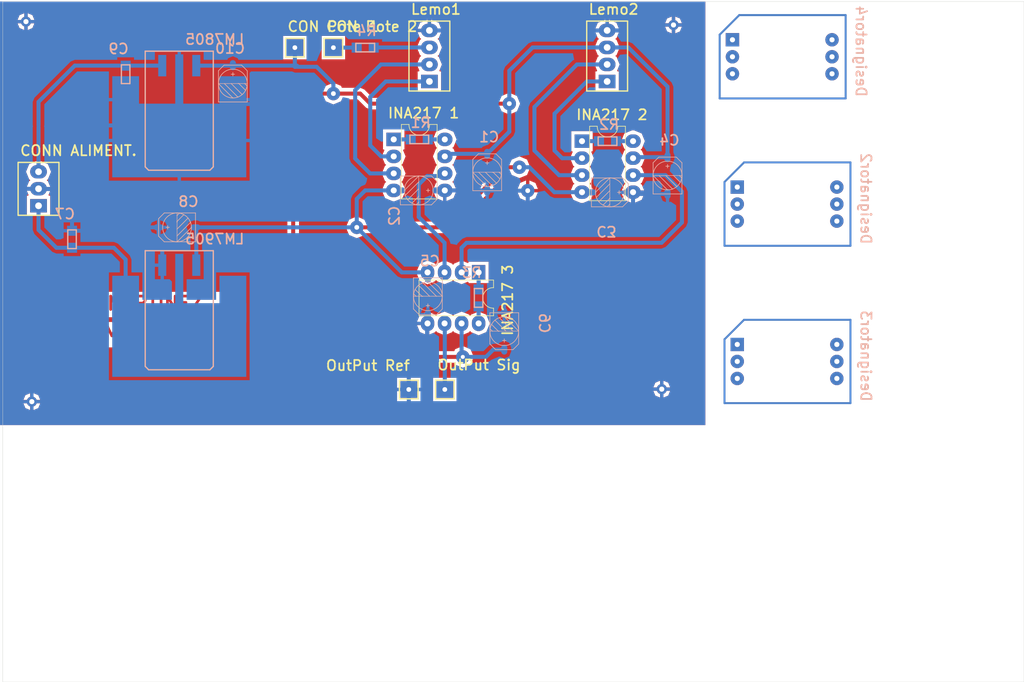
<source format=kicad_pcb>
(kicad_pcb (version 20221018) (generator pcbnew)
  (layers (0 "F.Cu" signal "Top Layer") (31 "B.Cu" signal "Bottom Layer") (34 "B.Paste" user "Bottom Paste") (35 "F.Paste" user "Top Paste") (36 "B.SilkS" user "Bottom Overlay") (37 "F.SilkS" user "Top Overlay") (38 "B.Mask" user "Bottom Solder") (39 "F.Mask" user "Top Solder") (44 "Edge.Cuts" user))
  (net 0 "")
  (net 1 "+5")
  (net 2 "-5")
  (net 3 "GND")
  (net 4 "NetC7_2")
  (net 5 "NetC9_2")
  (net 6 "NetINA217 1_1")
  (net 7 "NetINA217 1_2")
  (net 8 "NetINA217 1_3")
  (net 9 "NetINA217 1_6")
  (net 10 "NetINA217 1_8")
  (net 11 "NetINA217 2_1")
  (net 12 "NetINA217 2_2")
  (net 13 "NetINA217 2_3")
  (net 14 "NetINA217 2_6")
  (net 15 "NetINA217 2_8")
  (net 16 "NetINA217 3_1")
  (net 17 "NetINA217 3_8")
  (net 18 "NetLemo1_3")
  (net 19 "NetCON Pote 2_1")
  (net 20 "NetINA217 3_6")
  (footprint "" (layer "F.Cu") (at 76.6511 113.9536)
    (fp_text reference "" (at 0 0) (layer "F.SilkS") (effects (font (size 1.27 1.27))))
    (fp_text value "" (at 0 0) (layer "F.SilkS") (effects (font (size 1.27 1.27))))
    (pad "2" thru_hole circle (at 0 0) (size 1.524 1.524) (drill 0.762) (layers "*.Cu" "*.Mask") (net 3 "GND"))
  )
  (footprint "Libreria Sergio.PcbLib:Bloque.Ter. 3" (layer "F.Cu") (at 77.6511 84.7036 90)
    (fp_text reference "CONN ALIMENT." (at 7.3422 -2.8836 unlocked) (layer "F.SilkS") (effects (font (size 1.524 1.524) (thickness 0.254)) (justify left bottom)))
    (fp_text value "Connector" hide)
    (pad "1" thru_hole rect (at 0 0 90) (size 2 2.5) (drill 1) (layers "*.Cu" "*.Mask") (net 4 "NetC7_2"))
    (pad "2" thru_hole oval (at 2.54 0 90) (size 2 2.5) (drill 1) (layers "*.Cu" "*.Mask") (net 3 "GND"))
    (pad "3" thru_hole oval (at 5.08 0 90) (size 2 2.5) (drill 1) (layers "*.Cu" "*.Mask") (net 5 "NetC9_2"))
  )
  (footprint "Libreria Sergio.PcbLib:Bloque.Ter. 4" (layer "F.Cu") (at 162.50099 66.1416 90)
    (fp_text reference "Lemo2" (at 9.8806 -2.90102 unlocked) (layer "F.SilkS") (effects (font (size 1.524 1.524) (thickness 0.254)) (justify left bottom)))
    (fp_text value "Connector" hide)
    (pad "1" thru_hole rect (at 0 0 90) (size 2 2.5) (drill 1) (layers "*.Cu" "*.Mask") (net 12 "NetINA217 2_2"))
    (pad "2" thru_hole oval (at 2.54 0 90) (size 2 2.5) (drill 1) (layers "*.Cu" "*.Mask") (net 13 "NetINA217 2_3"))
    (pad "3" thru_hole oval (at 5.08 0 90) (size 2 2.5) (drill 1) (layers "*.Cu" "*.Mask") (net 1 "+5"))
    (pad "4" thru_hole oval (at 7.62 0 90) (size 2 2.5) (drill 1) (layers "*.Cu" "*.Mask") (net 3 "GND"))
  )
  (footprint "Libreria Sergio.PcbLib:DIP 8" (layer "F.Cu") (at 162.55837 78.86489)
    (fp_text reference "INA217 2" (at -4.80269 -6.85914 unlocked) (layer "F.SilkS") (effects (font (size 1.524 1.524) (thickness 0.254)) (justify left bottom)))
    (fp_text value "X" hide)
    (pad "1" thru_hole rect (at -3.81 -3.81) (size 2.2 2) (drill 0.9) (layers "*.Cu" "*.Mask") (net 11 "NetINA217 2_1"))
    (pad "2" thru_hole oval (at -3.81 -1.27) (size 2.3 2) (drill 0.9) (layers "*.Cu" "*.Mask") (net 12 "NetINA217 2_2"))
    (pad "3" thru_hole oval (at -3.81 1.27) (size 2.3 2) (drill 0.9) (layers "*.Cu" "*.Mask") (net 13 "NetINA217 2_3"))
    (pad "4" thru_hole oval (at -3.81 3.81) (size 2.3 2) (drill 0.9) (layers "*.Cu" "*.Mask") (net 2 "-5"))
    (pad "5" thru_hole oval (at 3.81 3.81) (size 2.3 2) (drill 0.9) (layers "*.Cu" "*.Mask") (net 3 "GND"))
    (pad "6" thru_hole oval (at 3.81 1.27) (size 2.3 2) (drill 0.9) (layers "*.Cu" "*.Mask") (net 14 "NetINA217 2_6"))
    (pad "7" thru_hole oval (at 3.81 -1.27) (size 2.3 2) (drill 0.9) (layers "*.Cu" "*.Mask") (net 1 "+5"))
    (pad "8" thru_hole oval (at 3.81 -3.81) (size 2.3 2) (drill 0.9) (layers "*.Cu" "*.Mask") (net 15 "NetINA217 2_8"))
  )
  (footprint "" (layer "F.Cu") (at 170.6511 112.08762)
    (fp_text reference "" (at 0 0) (layer "F.SilkS") (effects (font (size 1.27 1.27))))
    (fp_text value "" (at 0 0) (layer "F.SilkS") (effects (font (size 1.27 1.27))))
    (pad "3" thru_hole circle (at 0 0) (size 1.524 1.524) (drill 0.762) (layers "*.Cu" "*.Mask") (net 3 "GND"))
  )
  (footprint "Libreria Sergio.PcbLib:Bloque.Ter. 4" (layer "F.Cu") (at 135.9789 66.1416 90)
    (fp_text reference "Lemo1" (at 9.8806 -2.8956 unlocked) (layer "F.SilkS") (effects (font (size 1.524 1.524) (thickness 0.254)) (justify left bottom)))
    (fp_text value "Connector" hide)
    (pad "1" thru_hole rect (at 0 0 90) (size 2 2.5) (drill 1) (layers "*.Cu" "*.Mask") (net 7 "NetINA217 1_2"))
    (pad "2" thru_hole oval (at 2.54 0 90) (size 2 2.5) (drill 1) (layers "*.Cu" "*.Mask") (net 8 "NetINA217 1_3"))
    (pad "3" thru_hole oval (at 5.08 0 90) (size 2 2.5) (drill 1) (layers "*.Cu" "*.Mask") (net 18 "NetLemo1_3"))
    (pad "4" thru_hole oval (at 7.62 0 90) (size 2 2.5) (drill 1) (layers "*.Cu" "*.Mask") (net 3 "GND"))
  )
  (footprint "Mi libreria Altium.IntLib:Tira 1 pin" (layer "F.Cu") (at 121.6511 61.08705 90)
    (fp_text reference "CON Pote 2" (at 2.2479 -1.2319 unlocked) (layer "F.SilkS") (effects (font (size 1.524 1.524) (thickness 0.254)) (justify left bottom)))
    (fp_text value "Connector" hide)
    (pad "1" thru_hole rect (at 0 0 90) (size 2.5 2.5) (drill 0.7) (layers "*.Cu" "*.Mask") (net 19 "NetCON Pote 2_1"))
  )
  (footprint "" (layer "F.Cu") (at 172.40441 57.7036)
    (fp_text reference "" (at 0 0) (layer "F.SilkS") (effects (font (size 1.27 1.27))))
    (fp_text value "" (at 0 0) (layer "F.SilkS") (effects (font (size 1.27 1.27))))
    (pad "4" thru_hole circle (at 0 0) (size 1.524 1.524) (drill 0.762) (layers "*.Cu" "*.Mask") (net 3 "GND"))
  )
  (footprint "Mi libreria Altium.IntLib:Tira 1 pin" (layer "F.Cu") (at 138.27673 112.1402 180)
    (fp_text reference "OutPut Sig" (at 1.23043 2.76845 unlocked) (layer "F.SilkS") (effects (font (size 1.524 1.524) (thickness 0.254)) (justify left bottom)))
    (fp_text value "Connector" hide)
    (pad "1" thru_hole rect (at 0 0 180) (size 2.5 2.5) (drill 0.7) (layers "*.Cu" "*.Mask") (net 20 "NetINA217 3_6"))
  )
  (footprint "" (layer "F.Cu") (at 75.77751 57.2036)
    (fp_text reference "" (at 0 0) (layer "F.SilkS") (effects (font (size 1.27 1.27))))
    (fp_text value "" (at 0 0) (layer "F.SilkS") (effects (font (size 1.27 1.27))))
    (pad "1" thru_hole circle (at 0 0) (size 1.524 1.524) (drill 0.762) (layers "*.Cu" "*.Mask") (net 3 "GND"))
  )
  (footprint "Mi libreria Altium.IntLib:Tira 1 pin" (layer "F.Cu") (at 132.9011 112.1402)
    (fp_text reference "OutPut Ref" (at -12.5 -2.6866 unlocked) (layer "F.SilkS") (effects (font (size 1.524 1.524) (thickness 0.254)) (justify left bottom)))
    (fp_text value "Connector" hide)
    (pad "1" thru_hole rect (at 0 0) (size 2.5 2.5) (drill 0.7) (layers "*.Cu" "*.Mask") (net 3 "GND"))
  )
  (footprint "Libreria Sergio.PcbLib:DIP 8" (layer "F.Cu") (at 134.46448 78.60296)
    (fp_text reference "INA217 1" (at -4.81018 -6.84796 unlocked) (layer "F.SilkS") (effects (font (size 1.524 1.524) (thickness 0.254)) (justify left bottom)))
    (fp_text value "X" hide)
    (pad "1" thru_hole rect (at -3.81 -3.81) (size 2.2 2) (drill 0.9) (layers "*.Cu" "*.Mask") (net 6 "NetINA217 1_1"))
    (pad "2" thru_hole oval (at -3.81 -1.27) (size 2.3 2) (drill 0.9) (layers "*.Cu" "*.Mask") (net 7 "NetINA217 1_2"))
    (pad "3" thru_hole oval (at -3.81 1.27) (size 2.3 2) (drill 0.9) (layers "*.Cu" "*.Mask") (net 8 "NetINA217 1_3"))
    (pad "4" thru_hole oval (at -3.81 3.81) (size 2.3 2) (drill 0.9) (layers "*.Cu" "*.Mask") (net 2 "-5"))
    (pad "5" thru_hole oval (at 3.81 3.81) (size 2.3 2) (drill 0.9) (layers "*.Cu" "*.Mask") (net 3 "GND"))
    (pad "6" thru_hole oval (at 3.81 1.27) (size 2.3 2) (drill 0.9) (layers "*.Cu" "*.Mask") (net 9 "NetINA217 1_6"))
    (pad "7" thru_hole oval (at 3.81 -1.27) (size 2.3 2) (drill 0.9) (layers "*.Cu" "*.Mask") (net 1 "+5"))
    (pad "8" thru_hole oval (at 3.81 -3.81) (size 2.3 2) (drill 0.9) (layers "*.Cu" "*.Mask") (net 10 "NetINA217 1_8"))
  )
  (footprint "Libreria Sergio.PcbLib:DIP 8" (layer "F.Cu") (at 139.51213 98.4626 -90)
    (fp_text reference "INA217 3" (at 5.80267 -9.03382 90 unlocked) (layer "F.SilkS") (effects (font (size 1.524 1.524) (thickness 0.254)) (justify left bottom)))
    (fp_text value "X" hide)
    (pad "1" thru_hole rect (at -3.81 -3.81 270) (size 2.2 2) (drill 0.9) (layers "*.Cu" "*.Mask") (net 16 "NetINA217 3_1"))
    (pad "2" thru_hole oval (at -3.81 -1.27 270) (size 2.3 2) (drill 0.9) (layers "*.Cu" "*.Mask") (net 14 "NetINA217 2_6"))
    (pad "3" thru_hole oval (at -3.81 1.27 270) (size 2.3 2) (drill 0.9) (layers "*.Cu" "*.Mask") (net 9 "NetINA217 1_6"))
    (pad "4" thru_hole oval (at -3.81 3.81 270) (size 2.3 2) (drill 0.9) (layers "*.Cu" "*.Mask") (net 2 "-5"))
    (pad "5" thru_hole oval (at 3.81 3.81 270) (size 2.3 2) (drill 0.9) (layers "*.Cu" "*.Mask") (net 3 "GND"))
    (pad "6" thru_hole oval (at 3.81 1.27 270) (size 2.3 2) (drill 0.9) (layers "*.Cu" "*.Mask") (net 20 "NetINA217 3_6"))
    (pad "7" thru_hole oval (at 3.81 -1.27 270) (size 2.3 2) (drill 0.9) (layers "*.Cu" "*.Mask") (net 1 "+5"))
    (pad "8" thru_hole oval (at 3.81 -3.81 270) (size 2.3 2) (drill 0.9) (layers "*.Cu" "*.Mask") (net 17 "NetINA217 3_8"))
  )
  (footprint "Mi libreria Altium.IntLib:Tira 1 pin" (layer "F.Cu") (at 115.9011 61.08705 90)
    (fp_text reference "CON Pote 1" (at 2.2479 -1.2319 unlocked) (layer "F.SilkS") (effects (font (size 1.524 1.524) (thickness 0.254)) (justify left bottom)))
    (fp_text value "Connector" hide)
    (pad "1" thru_hole rect (at 0 0 90) (size 2.5 2.5) (drill 0.7) (layers "*.Cu" "*.Mask") (net 1 "+5"))
  )
  (footprint "Libreria Sergio.PcbLib:C SMD Electrolytic" (layer "B.Cu") (at 135.7511 98.2126 180)
    (fp_text reference "C5" (at -1.9556 4.36025 unlocked) (layer "B.SilkS") (effects (font (size 1.524 1.524) (thickness 0.254)) (justify left bottom mirror)))
    (fp_text value "10uF" hide)
    (pad "1" smd oval (at 0 2.75) (size 0.9 1.5) (layers "B.Cu" "B.Paste" "B.Mask") (net 2 "-5"))
    (pad "2" smd oval (at 0 -2.75) (size 0.9 1.5) (layers "B.Cu" "B.Paste" "B.Mask") (net 3 "GND"))
  )
  (footprint "Mi libreria Altium.IntLib:7905 SMD" (layer "B.Cu") (at 96.1111 93.57314)
    (fp_text reference "LM7905" (at 12.3938 -3.0109 unlocked) (layer "B.SilkS") (effects (font (size 1.524 1.524) (thickness 0.254)) (justify left bottom mirror)))
    (fp_text value "LM78XX" hide)
    (pad "GND" smd rect (at 0 0) (size 1.2 3.2) (layers "B.Cu" "B.Paste" "B.Mask") (net 3 "GND"))
    (pad "Vin" smd rect (at -5.461 5.08) (size 4 7) (layers "B.Cu" "B.Paste" "B.Mask") (net 4 "NetC7_2"))
    (pad "Vin" smd rect (at 2.54 2.413) (size 1.2 8.2) (layers "B.Cu" "B.Paste" "B.Mask") (net 4 "NetC7_2"))
    (pad "Vin" smd rect (at 2.54 11.176) (size 20 11) (layers "B.Cu" "B.Paste" "B.Mask") (net 4 "NetC7_2"))
    (pad "Vin" smd rect (at 10.541 5.08) (size 4 7) (layers "B.Cu" "B.Paste" "B.Mask") (net 4 "NetC7_2"))
    (pad "Vout" smd rect (at 5.08 0) (size 1.2 3.2) (layers "B.Cu" "B.Paste" "B.Mask") (net 2 "-5"))
  )
  (footprint "Mi libreria Altium.IntLib:7805 Smd" (layer "B.Cu") (at 98.6511 66.69798)
    (fp_text reference "LM7805" (at 9.8424 -5.93869 unlocked) (layer "B.SilkS") (effects (font (size 1.524 1.524) (thickness 0.254)) (justify left bottom mirror)))
    (fp_text value "LM78XX" hide)
    (pad "GND" smd rect (at -8.001 2.159) (size 4 7) (layers "B.Cu" "B.Paste" "B.Mask") (net 3 "GND"))
    (pad "GND" smd rect (at 0 -0.508) (size 1.2 8.2) (layers "B.Cu" "B.Paste" "B.Mask") (net 3 "GND"))
    (pad "GND" smd rect (at 0 8.255) (size 20 11) (layers "B.Cu" "B.Paste" "B.Mask") (net 3 "GND"))
    (pad "GND" smd rect (at 8.001 2.159) (size 4 7) (layers "B.Cu" "B.Paste" "B.Mask") (net 3 "GND"))
    (pad "Vin" smd rect (at -2.54 -2.921) (size 1.2 3.2) (layers "B.Cu" "B.Paste" "B.Mask") (net 5 "NetC9_2"))
    (pad "Vout" smd rect (at 2.54 -2.921) (size 1.2 3.2) (layers "B.Cu" "B.Paste" "B.Mask") (net 1 "+5"))
  )
  (footprint "Libreria Sergio.PcbLib:C SMD Electrolytic" (layer "B.Cu") (at 147.1511 103.42954 180)
    (fp_text reference "C6" (at -5.083 -0.4572 270 unlocked) (layer "B.SilkS") (effects (font (size 1.524 1.524) (thickness 0.254)) (justify left bottom mirror)))
    (fp_text value "10 uF" hide)
    (pad "1" smd oval (at 0 2.75) (size 0.9 1.5) (layers "B.Cu" "B.Paste" "B.Mask") (net 3 "GND"))
    (pad "2" smd oval (at 0 -2.75) (size 0.9 1.5) (layers "B.Cu" "B.Paste" "B.Mask") (net 1 "+5"))
  )
  (footprint "Mi libreria Altium.IntLib:SMD0805" (layer "B.Cu") (at 82.6511 89.7036 -90)
    (fp_text reference "C7" (at -2.8742 -0.58728 unlocked) (layer "B.SilkS") (effects (font (size 1.524 1.524) (thickness 0.254)) (justify left bottom mirror)))
    (fp_text value "2.2uF" hide)
    (pad "1" smd rect (at -1.27 0 270) (size 1.5 1.5) (layers "B.Cu" "B.Paste" "B.Mask") (net 3 "GND"))
    (pad "2" smd rect (at 1.27 0 270) (size 1.5 1.5) (layers "B.Cu" "B.Paste" "B.Mask") (net 4 "NetC7_2"))
  )
  (footprint "Mi libreria Altium.IntLib:C SMD Electrolytic" (layer "B.Cu") (at 98.3211 87.92798 90)
    (fp_text reference "C8" (at 2.9526 3.3578 unlocked) (layer "B.SilkS") (effects (font (size 1.524 1.524) (thickness 0.254)) (justify left bottom mirror)))
    (fp_text value "1uF" hide)
    (pad "1" smd oval (at 0 2.75 270) (size 0.9 1.5) (layers "B.Cu" "B.Paste" "B.Mask") (net 2 "-5"))
    (pad "2" smd oval (at 0 -2.75 270) (size 0.9 1.5) (layers "B.Cu" "B.Paste" "B.Mask") (net 3 "GND"))
  )
  (footprint "C:_Users_javier.devicente_Desktop_Libreria Sergio.PcbLib_Porta Rect" (layer "B.Cu") (at 188.6511 84.4536 -90)
    (fp_text reference "Designator2" (at 6.1312 -11.5688 270 unlocked) (layer "B.SilkS") (effects (font (size 1.524 1.524) (thickness 0.254)) (justify left bottom mirror)))
    (fp_text value "Comment" hide)
    (fp_line (start -6.223 5.715) (end -6.223 -10.16) (stroke (width 0.3)) (layer "B.Cu"))
    (fp_line (start -3.302 8.636) (end -6.223 5.715) (stroke (width 0.3)) (layer "B.Cu"))
    (fp_line (start 6.223 -10.16) (end -6.223 -10.16) (stroke (width 0.3)) (layer "B.Cu"))
    (fp_line (start 6.223 8.636) (end -3.302 8.636) (stroke (width 0.3)) (layer "B.Cu"))
    (fp_line (start 6.223 8.636) (end 6.223 -10.16) (stroke (width 0.3)) (layer "B.Cu"))
    (pad "1" thru_hole rect (at -2.54 6.731) (size 2 2) (drill 0.762) (layers "*.Cu" "*.Mask"))
    (pad "2" thru_hole circle (at 0 6.731) (size 2 2) (drill 0.762) (layers "*.Cu" "*.Mask"))
    (pad "3" thru_hole circle (at 2.54 6.731) (size 2 2) (drill 0.762) (layers "*.Cu" "*.Mask"))
    (pad "4" thru_hole circle (at 2.54 -8.128) (size 2 2) (drill 0.762) (layers "*.Cu" "*.Mask"))
    (pad "5" thru_hole circle (at 0 -8.128) (size 2 2) (drill 0.762) (layers "*.Cu" "*.Mask"))
    (pad "6" thru_hole circle (at -2.54 -8.128) (size 2 2) (drill 0.762) (layers "*.Cu" "*.Mask"))
  )
  (footprint "Mi libreria Altium.IntLib:SMD0805" (layer "B.Cu") (at 126.4011 61.08705)
    (fp_text reference "R4" (at 1.8706 -1.62609 unlocked) (layer "B.SilkS") (effects (font (size 1.524 1.524) (thickness 0.254)) (justify left bottom mirror)))
    (fp_text value "Value" hide)
    (pad "1" smd rect (at -1.27 0) (size 1.5 1.5) (layers "B.Cu" "B.Paste" "B.Mask") (net 19 "NetCON Pote 2_1"))
    (pad "2" smd rect (at 1.27 0) (size 1.5 1.5) (layers "B.Cu" "B.Paste" "B.Mask") (net 18 "NetLemo1_3"))
  )
  (footprint "Mi libreria Altium.IntLib:SMD0805" (layer "B.Cu") (at 90.6511 65.0566 90)
    (fp_text reference "C9" (at 2.8942 0.6026 unlocked) (layer "B.SilkS") (effects (font (size 1.524 1.524) (thickness 0.254)) (justify left bottom mirror)))
    (fp_text value "0.33uF" hide)
    (pad "1" smd rect (at -1.27 0 90) (size 1.5 1.5) (layers "B.Cu" "B.Paste" "B.Mask") (net 3 "GND"))
    (pad "2" smd rect (at 1.27 0 90) (size 1.5 1.5) (layers "B.Cu" "B.Paste" "B.Mask") (net 5 "NetC9_2"))
  )
  (footprint "Libreria Sergio.PcbLib:C SMD Electrolytic" (layer "B.Cu") (at 144.60159 79.69656)
    (fp_text reference "C1" (at 1.94371 -4.36016 unlocked) (layer "B.SilkS") (effects (font (size 1.524 1.524) (thickness 0.254)) (justify left bottom mirror)))
    (fp_text value "10 uF" hide)
    (pad "1" smd oval (at 0 2.75 180) (size 0.9 1.5) (layers "B.Cu" "B.Paste" "B.Mask") (net 3 "GND"))
    (pad "2" smd oval (at 0 -2.75 180) (size 0.9 1.5) (layers "B.Cu" "B.Paste" "B.Mask") (net 1 "+5"))
  )
  (footprint "Libreria Sergio.PcbLib:C SMD Electrolytic" (layer "B.Cu") (at 171.51541 80.18989)
    (fp_text reference "C4" (at 1.93747 -4.37414 unlocked) (layer "B.SilkS") (effects (font (size 1.524 1.524) (thickness 0.254)) (justify left bottom mirror)))
    (fp_text value "10 uF" hide)
    (pad "1" smd oval (at 0 2.75 180) (size 0.9 1.5) (layers "B.Cu" "B.Paste" "B.Mask") (net 3 "GND"))
    (pad "2" smd oval (at 0 -2.74999 180) (size 0.9 1.5) (layers "B.Cu" "B.Paste" "B.Mask") (net 1 "+5"))
  )
  (footprint "C:_Users_javier.devicente_Desktop_Libreria Sergio.PcbLib_Porta Rect" (layer "B.Cu") (at 188.6511 107.9536 -90)
    (fp_text reference "Designator3" (at 6.1312 -11.5688 270 unlocked) (layer "B.SilkS") (effects (font (size 1.524 1.524) (thickness 0.254)) (justify left bottom mirror)))
    (fp_text value "Comment" hide)
    (fp_line (start -6.223 5.715) (end -6.223 -10.16) (stroke (width 0.3)) (layer "B.Cu"))
    (fp_line (start -3.302 8.636) (end -6.223 5.715) (stroke (width 0.3)) (layer "B.Cu"))
    (fp_line (start 6.223 -10.16) (end -6.223 -10.16) (stroke (width 0.3)) (layer "B.Cu"))
    (fp_line (start 6.223 8.636) (end -3.302 8.636) (stroke (width 0.3)) (layer "B.Cu"))
    (fp_line (start 6.223 8.636) (end 6.223 -10.16) (stroke (width 0.3)) (layer "B.Cu"))
    (pad "1" thru_hole rect (at -2.54 6.731) (size 2 2) (drill 0.762) (layers "*.Cu" "*.Mask"))
    (pad "2" thru_hole circle (at 0 6.731) (size 2 2) (drill 0.762) (layers "*.Cu" "*.Mask"))
    (pad "3" thru_hole circle (at 2.54 6.731) (size 2 2) (drill 0.762) (layers "*.Cu" "*.Mask"))
    (pad "4" thru_hole circle (at 2.54 -8.128) (size 2 2) (drill 0.762) (layers "*.Cu" "*.Mask"))
    (pad "5" thru_hole circle (at 0 -8.128) (size 2 2) (drill 0.762) (layers "*.Cu" "*.Mask"))
    (pad "6" thru_hole circle (at -2.54 -8.128) (size 2 2) (drill 0.762) (layers "*.Cu" "*.Mask"))
  )
  (footprint "C:_Users_javier.devicente_Desktop_Libreria Sergio.PcbLib_Porta Rect" (layer "B.Cu") (at 187.9318 62.4536 -90)
    (fp_text reference "Designator4" (at 6.1312 -11.5688 270 unlocked) (layer "B.SilkS") (effects (font (size 1.524 1.524) (thickness 0.254)) (justify left bottom mirror)))
    (fp_text value "Comment" hide)
    (fp_line (start -6.223 5.715) (end -6.223 -10.16) (stroke (width 0.3)) (layer "B.Cu"))
    (fp_line (start -3.302 8.636) (end -6.223 5.715) (stroke (width 0.3)) (layer "B.Cu"))
    (fp_line (start 6.223 -10.16) (end -6.223 -10.16) (stroke (width 0.3)) (layer "B.Cu"))
    (fp_line (start 6.223 8.636) (end -3.302 8.636) (stroke (width 0.3)) (layer "B.Cu"))
    (fp_line (start 6.223 8.636) (end 6.223 -10.16) (stroke (width 0.3)) (layer "B.Cu"))
    (pad "1" thru_hole rect (at -2.54 6.731) (size 2 2) (drill 0.762) (layers "*.Cu" "*.Mask"))
    (pad "2" thru_hole circle (at 0 6.731) (size 2 2) (drill 0.762) (layers "*.Cu" "*.Mask"))
    (pad "3" thru_hole circle (at 2.54 6.731) (size 2 2) (drill 0.762) (layers "*.Cu" "*.Mask"))
    (pad "4" thru_hole circle (at 2.54 -8.128) (size 2 2) (drill 0.762) (layers "*.Cu" "*.Mask"))
    (pad "5" thru_hole circle (at 0 -8.128) (size 2 2) (drill 0.762) (layers "*.Cu" "*.Mask"))
    (pad "6" thru_hole circle (at -2.54 -8.128) (size 2 2) (drill 0.762) (layers "*.Cu" "*.Mask"))
  )
  (footprint "Libreria Sergio.PcbLib:SMD0805" (layer "B.Cu") (at 162.55837 75.05489)
    (fp_text reference "R2" (at 1.87751 -1.60134 unlocked) (layer "B.SilkS") (effects (font (size 1.524 1.524) (thickness 0.254)) (justify left bottom mirror)))
    (fp_text value "204 Ohm" hide)
    (pad "1" smd rect (at -1.27 0) (size 1.5 1.5) (layers "B.Cu" "B.Paste" "B.Mask") (net 11 "NetINA217 2_1"))
    (pad "2" smd rect (at 1.27 0) (size 1.5 1.5) (layers "B.Cu" "B.Paste" "B.Mask") (net 15 "NetINA217 2_8"))
  )
  (footprint "Libreria Sergio.PcbLib:SMD0805" (layer "B.Cu") (at 134.46448 74.79296)
    (fp_text reference "R1" (at 1.87002 -1.61556 unlocked) (layer "B.SilkS") (effects (font (size 1.524 1.524) (thickness 0.254)) (justify left bottom mirror)))
    (fp_text value "204 Ohm" hide)
    (pad "1" smd rect (at -1.27 0) (size 1.5 1.5) (layers "B.Cu" "B.Paste" "B.Mask") (net 6 "NetINA217 1_1"))
    (pad "2" smd rect (at 1.27 0) (size 1.5 1.5) (layers "B.Cu" "B.Paste" "B.Mask") (net 10 "NetINA217 1_8"))
  )
  (footprint "Libreria Sergio.PcbLib:C SMD Electrolytic" (layer "B.Cu") (at 162.9011 82.7036 -90)
    (fp_text reference "C3" (at 4.917 2.159 180 unlocked) (layer "B.SilkS") (effects (font (size 1.524 1.524) (thickness 0.254)) (justify left bottom mirror)))
    (fp_text value "10uF" hide)
    (pad "1" smd oval (at 0 2.75 90) (size 0.9 1.5) (layers "B.Cu" "B.Paste" "B.Mask") (net 2 "-5"))
    (pad "2" smd oval (at 0 -2.75 90) (size 0.9 1.5) (layers "B.Cu" "B.Paste" "B.Mask") (net 3 "GND"))
  )
  (footprint "Libreria Sergio.PcbLib:C SMD Electrolytic" (layer "B.Cu") (at 134.38828 82.41296 -90)
    (fp_text reference "C2" (at 2.15 2.75 90 unlocked) (layer "B.SilkS") (effects (font (size 1.524 1.524) (thickness 0.254)) (justify left bottom mirror)))
    (fp_text value "10uF" hide)
    (pad "1" smd oval (at 0 2.75 90) (size 0.9 1.5) (layers "B.Cu" "B.Paste" "B.Mask") (net 2 "-5"))
    (pad "2" smd oval (at 0 -2.75 90) (size 0.9 1.5) (layers "B.Cu" "B.Paste" "B.Mask") (net 3 "GND"))
  )
  (footprint "Libreria Sergio.PcbLib:SMD0805" (layer "B.Cu") (at 143.32213 98.4626 -90)
    (fp_text reference "R3" (at -2.88305 -0.60757 unlocked) (layer "B.SilkS") (effects (font (size 1.524 1.524) (thickness 0.254)) (justify left bottom mirror)))
    (fp_text value "111 Ohm" hide)
    (pad "1" smd rect (at -1.27 0 270) (size 1.5 1.5) (layers "B.Cu" "B.Paste" "B.Mask") (net 16 "NetINA217 3_1"))
    (pad "2" smd rect (at 1.27 0 270) (size 1.5 1.5) (layers "B.Cu" "B.Paste" "B.Mask") (net 17 "NetINA217 3_8"))
  )
  (footprint "Mi libreria Altium.IntLib:C SMD Electrolytic" (layer "B.Cu") (at 106.6511 66.4536)
    (fp_text reference "C10" (at 1.9556 -4.35636 unlocked) (layer "B.SilkS") (effects (font (size 1.524 1.524) (thickness 0.254)) (justify left bottom mirror)))
    (fp_text value "0.1uF" hide)
    (pad "1" smd oval (at 0 2.75 180) (size 0.9 1.5) (layers "B.Cu" "B.Paste" "B.Mask") (net 3 "GND"))
    (pad "2" smd oval (at 0 -2.75 180) (size 0.9 1.5) (layers "B.Cu" "B.Paste" "B.Mask") (net 1 "+5"))
  )
  (gr_line (start 72.3011 54.2036) (end 72.3011 155.8036) (stroke (width 0.05)) (layer "Edge.Cuts"))
  (gr_line (start 224.7011 54.2036) (end 72.3011 54.2036) (stroke (width 0.05)) (layer "Edge.Cuts"))
  (gr_line (start 224.7011 155.8036) (end 224.7011 54.2036) (stroke (width 0.05)) (layer "Edge.Cuts"))
  (gr_line (start 72.3011 155.8036) (end 224.7011 155.8036) (stroke (width 0.05)) (layer "Edge.Cuts"))
  (gr_text "VICENTE MUNOZ" (at 73.7511 104.9536 360) (layer "F.Cu") (effects (font (size 2 2) (thickness 0.4)) (justify left bottom)))
  (gr_text "ISIDORO MARTINEZ" (at 74.1511 100.4536 360) (layer "F.Cu") (effects (font (size 2 2) (thickness 0.4)) (justify left bottom)))
  (segment (start 115.6511 71.755) (end 119.4525 67.9536) (width 0.6) (layer "F.Cu") (net 1))
  (segment (start 126.02442 107.27645) (end 140.9631 107.27645) (width 0.6) (layer "F.Cu") (net 1))
  (segment (start 127.1511 69.4536) (end 147.9011 69.4536) (width 0.6) (layer "F.Cu") (net 1))
  (segment (start 115.6511 96.90314) (end 115.6511 71.755) (width 0.6) (layer "F.Cu") (net 1))
  (segment (start 121.6511 67.9536) (end 125.6511 67.9536) (width 0.6) (layer "F.Cu") (net 1))
  (segment (start 125.6511 67.9536) (end 127.1511 69.4536) (width 0.6) (layer "F.Cu") (net 1))
  (segment (start 115.6511 96.90314) (end 126.02442 107.27645) (width 0.6) (layer "F.Cu") (net 1))
  (segment (start 119.4525 67.9536) (end 121.6511 67.9536) (width 0.6) (layer "F.Cu") (net 1))
  (via (at 147.9011 69.4536) (size 2) (drill 0.7112) (layers "F.Cu" "B.Cu") (net 1))
  (via (at 140.9631 107.27645) (size 2) (drill 0.6) (layers "F.Cu" "B.Cu") (net 1))
  (via (at 121.6511 67.9536) (size 2) (drill 0.7112) (layers "F.Cu" "B.Cu") (net 1))
  (segment (start 171.51541 77.38489) (end 171.51541 66.92002) (width 0.6) (layer "B.Cu") (net 1))
  (segment (start 115.9011 63.77698) (end 116.22448 63.77698) (width 0.6) (layer "B.Cu") (net 1))
  (segment (start 115.9011 63.9536) (end 119.1511 63.9536) (width 0.6) (layer "B.Cu") (net 1))
  (segment (start 147.9011 69.4536) (end 147.9011 64.5416) (width 0.6) (layer "B.Cu") (net 1))
  (segment (start 140.78213 107.09549) (end 140.9631 107.27645) (width 0.6) (layer "B.Cu") (net 1))
  (segment (start 137.89512 76.9536) (end 138.27448 77.33296) (width 0.6) (layer "B.Cu") (net 1))
  (segment (start 162.50099 61.0616) (end 165.65699 61.0616) (width 0.6) (layer "B.Cu") (net 1))
  (segment (start 121.6511 67.9536) (end 121.6511 66.4536) (width 0.6) (layer "B.Cu") (net 1))
  (segment (start 140.78213 107.09549) (end 140.78213 102.2726) (width 0.6) (layer "B.Cu") (net 1))
  (segment (start 138.27448 77.33296) (end 138.66088 76.94656) (width 0.6) (layer "B.Cu") (net 1))
  (segment (start 162.47554 61.08705) (end 162.50099 61.0616) (width 0.6) (layer "B.Cu") (net 1))
  (segment (start 165.65699 61.0616) (end 171.51541 66.92002) (width 0.6) (layer "B.Cu") (net 1))
  (segment (start 119.1511 63.9536) (end 121.6511 66.4536) (width 0.6) (layer "B.Cu") (net 1))
  (segment (start 171.30541 77.59489) (end 171.4604 77.4399) (width 0.6) (layer "B.Cu") (net 1))
  (segment (start 144.60159 76.94656) (end 147.9011 73.64704) (width 0.6) (layer "B.Cu") (net 1))
  (segment (start 166.36837 77.59489) (end 166.52337 77.4399) (width 0.6) (layer "B.Cu") (net 1))
  (segment (start 138.66088 76.94656) (end 144.60159 76.94656) (width 0.6) (layer "B.Cu") (net 1))
  (segment (start 115.9011 63.9536) (end 115.9011 63.77698) (width 0.6) (layer "B.Cu") (net 1))
  (segment (start 101.1911 63.77698) (end 115.9011 63.77698) (width 0.6) (layer "B.Cu") (net 1))
  (segment (start 140.9631 107.27645) (end 144.41505 107.27645) (width 0.6) (layer "B.Cu") (net 1))
  (segment (start 145.51197 106.17954) (end 147.1511 106.17954) (width 0.6) (layer "B.Cu") (net 1))
  (segment (start 144.41505 107.27645) (end 145.51197 106.17954) (width 0.6) (layer "B.Cu") (net 1))
  (segment (start 115.9011 63.77698) (end 115.9011 61.08705) (width 0.6) (layer "B.Cu") (net 1))
  (segment (start 138.27448 77.46022) (end 138.27448 77.33296) (width 0.6) (layer "B.Cu") (net 1))
  (segment (start 151.3811 61.0616) (end 162.50099 61.0616) (width 0.6) (layer "B.Cu") (net 1))
  (segment (start 171.4604 77.4399) (end 171.51541 77.38489) (width 0.6) (layer "B.Cu") (net 1))
  (segment (start 166.52337 77.4399) (end 171.4604 77.4399) (width 0.6) (layer "B.Cu") (net 1))
  (segment (start 140.67576 102.69789) (end 140.7131 102.66054) (width 0.6) (layer "B.Cu") (net 1))
  (segment (start 147.9011 73.64704) (end 147.9011 69.4536) (width 0.6) (layer "B.Cu") (net 1))
  (segment (start 171.4604 77.4399) (end 171.51541 77.4399) (width 0.6) (layer "B.Cu") (net 1))
  (segment (start 147.9011 64.5416) (end 151.3811 61.0616) (width 0.6) (layer "B.Cu") (net 1))
  (segment (start 147.39406 78.9536) (end 149.4011 78.9536) (width 0.6) (layer "F.Cu") (net 2))
  (segment (start 138.41968 87.92798) (end 147.39406 78.9536) (width 0.6) (layer "F.Cu") (net 2))
  (segment (start 125.13946 87.92798) (end 138.41968 87.92798) (width 0.6) (layer "F.Cu") (net 2))
  (via (at 125.13946 87.92798) (size 2) (drill 0.7112) (layers "F.Cu" "B.Cu") (net 2))
  (via (at 149.4011 78.9536) (size 2) (drill 0.7112) (layers "F.Cu" "B.Cu") (net 2))
  (segment (start 135.50731 94.6526) (end 135.6331 94.6526) (width 0.6) (layer "B.Cu") (net 2))
  (segment (start 135.70213 95.10958) (end 135.7511 95.15854) (width 0.6) (layer "B.Cu") (net 2))
  (segment (start 125.13946 87.92798) (end 125.13946 83.6746) (width 0.6) (layer "B.Cu") (net 2))
  (segment (start 135.70213 95.41363) (end 135.7511 95.4626) (width 0.6) (layer "B.Cu") (net 2))
  (segment (start 131.86408 94.6526) (end 135.50731 94.6526) (width 0.6) (layer "B.Cu") (net 2))
  (segment (start 135.6331 94.6526) (end 135.6331 94.58357) (width 0.6) (layer "B.Cu") (net 2))
  (segment (start 135.47364 94.88109) (end 135.6331 95.04054) (width 0.6) (layer "B.Cu") (net 2))
  (segment (start 135.6331 94.58357) (end 135.6331 93.92359) (width 0.6) (layer "B.Cu") (net 2))
  (segment (start 135.6331 95.04054) (end 135.6331 94.6526) (width 0.6) (layer "B.Cu") (net 2))
  (segment (start 150.9011 78.9536) (end 154.62239 82.67489) (width 0.6) (layer "B.Cu") (net 2))
  (segment (start 135.6331 94.58357) (end 135.70213 94.6526) (width 0.6) (layer "B.Cu") (net 2))
  (segment (start 125.13946 83.6746) (end 126.4011 82.41296) (width 0.6) (layer "B.Cu") (net 2))
  (segment (start 135.70213 95.10958) (end 135.70213 94.6526) (width 0.6) (layer "B.Cu") (net 2))
  (segment (start 154.62239 82.67489) (end 158.74837 82.67489) (width 0.6) (layer "B.Cu") (net 2))
  (segment (start 135.6331 94.6526) (end 135.70213 94.6526) (width 0.6) (layer "B.Cu") (net 2))
  (segment (start 149.4011 78.9536) (end 150.9011 78.9536) (width 0.6) (layer "B.Cu") (net 2))
  (segment (start 135.30176 94.7092) (end 135.37623 94.78368) (width 0.6) (layer "B.Cu") (net 2))
  (segment (start 125.13946 87.92798) (end 131.86408 94.6526) (width 0.6) (layer "B.Cu") (net 2))
  (segment (start 101.0711 87.92798) (end 125.13946 87.92798) (width 0.6) (layer "B.Cu") (net 2))
  (segment (start 158.74837 82.67489) (end 159.00237 82.92889) (width 0.6) (layer "B.Cu") (net 2))
  (segment (start 135.70213 95.41363) (end 135.70213 95.10958) (width 0.6) (layer "B.Cu") (net 2))
  (segment (start 135.50731 94.6526) (end 135.70213 94.6526) (width 0.6) (layer "B.Cu") (net 2))
  (segment (start 126.4011 82.41296) (end 130.65448 82.41296) (width 0.6) (layer "B.Cu") (net 2))
  (segment (start 101.0711 87.92798) (end 101.1911 88.04798) (width 0.6) (layer "B.Cu") (net 2))
  (segment (start 101.1911 93.57314) (end 101.1911 88.04798) (width 0.6) (layer "B.Cu") (net 2))
  (segment (start 135.30176 94.7092) (end 135.70213 94.6526) (width 0.6) (layer "B.Cu") (net 2))
  (segment (start 135.6331 95.04054) (end 135.70213 95.10958) (width 0.6) (layer "B.Cu") (net 2))
  (segment (start 135.37623 94.78368) (end 135.47364 94.88109) (width 0.6) (layer "B.Cu") (net 2))
  (segment (start 150.9011 78.9536) (end 150.9011 78.9536) (width 0.6) (layer "B.Cu") (net 2))
  (via (at 150.6511 82.44656) (size 2) (drill 0.7112) (layers "F.Cu" "B.Cu") (net 3))
  (segment (start 135.7511 101.96605) (end 135.7511 100.9626) (width 0.6) (layer "B.Cu") (net 3))
  (segment (start 107.30248 69.50736) (end 115.59734 69.50736) (width 0.6) (layer "B.Cu") (net 3))
  (segment (start 115.59734 69.50736) (end 115.9011 69.2036) (width 0.6) (layer "B.Cu") (net 3))
  (segment (start 72.6511 97.04236) (end 72.6511 84.1283) (width 0.6) (layer "B.Cu") (net 3))
  (segment (start 135.6331 106.24054) (end 135.6331 102.08405) (width 0.6) (layer "B.Cu") (net 3))
  (segment (start 95.21434 87.92798) (end 95.39272 88.10636) (width 0.6) (layer "B.Cu") (net 3))
  (segment (start 83.1711 72.7036) (end 96.40172 72.7036) (width 0.6) (layer "B.Cu") (net 3))
  (segment (start 133.1551 106.41054) (end 135.4631 106.41054) (width 0.6) (layer "B.Cu") (net 3))
  (segment (start 135.6609 58.2036) (end 135.9789 58.5216) (width 0.6) (layer "B.Cu") (net 3))
  (segment (start 83.1711 76.9336) (end 83.1711 72.7036) (width 0.6) (layer "B.Cu") (net 3))
  (segment (start 144.60159 82.44656) (end 144.6511 82.49607) (width 0.6) (layer "B.Cu") (net 3))
  (segment (start 77.6911 82.2036) (end 82.6511 82.2036) (width 0.6) (layer "B.Cu") (net 3))
  (segment (start 175.9011 94.6679) (end 175.9011 68.7036) (width 0.6) (layer "B.Cu") (net 3))
  (segment (start 166.36837 85.2746) (end 166.36837 82.67489) (width 0.6) (layer "B.Cu") (net 3))
  (segment (start 166.36837 82.67489) (end 166.63337 82.93989) (width 0.6) (layer "B.Cu") (net 3))
  (segment (start 82.6511 77.4536) (end 83.1711 76.9336) (width 0.6) (layer "B.Cu") (net 3))
  (segment (start 135.70213 102.2726) (end 135.7511 102.22363) (width 0.6) (layer "B.Cu") (net 3))
  (segment (start 132.9011 112.1402) (end 132.9011 106.66454) (width 0.6) (layer "B.Cu") (net 3))
  (segment (start 151.9011 86.2036) (end 165.43937 86.2036) (width 0.6) (layer "B.Cu") (net 3))
  (segment (start 72.6511 97.04236) (end 74.7675 99.15876) (width 0.6) (layer "B.Cu") (net 3))
  (segment (start 82.6511 82.1636) (end 82.6511 77.4536) (width 0.6) (layer "B.Cu") (net 3))
  (segment (start 135.7511 102.22363) (end 135.7511 101.96605) (width 0.6) (layer "B.Cu") (net 3))
  (segment (start 95.5711 89.24198) (end 96.1111 89.78198) (width 0.6) (layer "B.Cu") (net 3))
  (segment (start 162.50099 58.5216) (end 165.7191 58.5216) (width 0.6) (layer "B.Cu") (net 3))
  (segment (start 165.7191 58.5216) (end 175.9011 68.7036) (width 0.6) (layer "B.Cu") (net 3))
  (segment (start 155.3654 115.2036) (end 175.9011 94.6679) (width 0.6) (layer "B.Cu") (net 3))
  (segment (start 166.63337 82.93989) (end 171.51541 82.93989) (width 0.6) (layer "B.Cu") (net 3))
  (segment (start 150.6511 84.9536) (end 150.6511 82.44656) (width 0.6) (layer "B.Cu") (net 3))
  (segment (start 77.6511 82.1636) (end 77.6911 82.2036) (width 0.6) (layer "B.Cu") (net 3))
  (segment (start 132.9011 115.2036) (end 132.9011 112.1402) (width 0.6) (layer "B.Cu") (net 3))
  (segment (start 74.7675 99.32) (end 74.7675 99.15876) (width 0.6) (layer "B.Cu") (net 3))
  (segment (start 96.40172 72.7036) (end 98.6511 74.95298) (width 0.6) (layer "B.Cu") (net 3))
  (segment (start 150.6511 84.9536) (end 151.9011 86.2036) (width 0.6) (layer "B.Cu") (net 3))
  (segment (start 132.9011 115.2036) (end 155.3654 115.2036) (width 0.6) (layer "B.Cu") (net 3))
  (segment (start 144.52496 82.41296) (end 144.58007 82.46807) (width 0.6) (layer "B.Cu") (net 3))
  (segment (start 106.6521 68.85698) (end 107.30248 69.50736) (width 0.6) (layer "B.Cu") (net 3))
  (segment (start 135.6331 102.08405) (end 135.7511 101.96605) (width 0.6) (layer "B.Cu") (net 3))
  (segment (start 72.6511 84.1283) (end 74.6158 82.1636) (width 0.6) (layer "B.Cu") (net 3))
  (segment (start 144.58007 82.46807) (end 144.60159 82.44656) (width 0.6) (layer "B.Cu") (net 3))
  (segment (start 137.13828 82.41296) (end 138.27448 82.41296) (width 0.6) (layer "B.Cu") (net 3))
  (segment (start 90.6511 115.2036) (end 132.9011 115.2036) (width 0.6) (layer "B.Cu") (net 3))
  (segment (start 135.4631 106.41054) (end 135.6331 106.24054) (width 0.6) (layer "B.Cu") (net 3))
  (segment (start 171.30541 82.67489) (end 171.51541 82.88489) (width 0.6) (layer "B.Cu") (net 3))
  (segment (start 90.39548 88.4336) (end 90.9011 87.92798) (width 0.6) (layer "B.Cu") (net 3))
  (segment (start 96.1111 93.57314) (end 96.1111 89.78198) (width 0.6) (layer "B.Cu") (net 3))
  (segment (start 90.9011 87.92798) (end 95.5711 87.92798) (width 0.6) (layer "B.Cu") (net 3))
  (segment (start 74.7675 99.32) (end 90.6511 115.2036) (width 0.6) (layer "B.Cu") (net 3))
  (segment (start 135.9789 58.5216) (end 162.50099 58.5216) (width 0.6) (layer "B.Cu") (net 3))
  (segment (start 74.6158 82.1636) (end 77.6511 82.1636) (width 0.6) (layer "B.Cu") (net 3))
  (segment (start 165.43937 86.2036) (end 166.36837 85.2746) (width 0.6) (layer "B.Cu") (net 3))
  (segment (start 95.5711 89.24198) (end 95.5711 87.92798) (width 0.6) (layer "B.Cu") (net 3))
  (segment (start 77.6511 82.1636) (end 77.6638 82.1763) (width 0.6) (layer "B.Cu") (net 3))
  (segment (start 138.27448 82.41296) (end 144.52496 82.41296) (width 0.6) (layer "B.Cu") (net 3))
  (segment (start 132.9011 106.66454) (end 133.1551 106.41054) (width 0.6) (layer "B.Cu") (net 3))
  (segment (start 138.27448 82.41296) (end 138.30808 82.44656) (width 0.6) (layer "B.Cu") (net 3))
  (segment (start 82.6511 88.4336) (end 82.6511 82.2036) (width 0.6) (layer "B.Cu") (net 3))
  (segment (start 95.39272 88.10636) (end 95.5711 87.92798) (width 0.6) (layer "B.Cu") (net 3))
  (segment (start 89.7611 67.96798) (end 90.6501 68.85698) (width 0.6) (layer "B.Cu") (net 3))
  (segment (start 82.6511 88.4336) (end 90.39548 88.4336) (width 0.6) (layer "B.Cu") (net 3))
  (segment (start 144.60159 82.44656) (end 150.6511 82.44656) (width 0.6) (layer "B.Cu") (net 3))
  (segment (start 80.3181 90.9736) (end 82.6511 90.9736) (width 0.6) (layer "B.Cu") (net 4))
  (segment (start 77.6511 88.3066) (end 77.6511 84.7036) (width 0.6) (layer "B.Cu") (net 4))
  (segment (start 82.6511 90.9736) (end 88.9011 90.9736) (width 0.6) (layer "B.Cu") (net 4))
  (segment (start 88.89648 90.97822) (end 90.6501 92.73184) (width 0.6) (layer "B.Cu") (net 4))
  (segment (start 77.6511 88.3066) (end 80.3181 90.9736) (width 0.6) (layer "B.Cu") (net 4))
  (segment (start 90.6501 96.69798) (end 90.6501 92.73184) (width 0.6) (layer "B.Cu") (net 4))
  (segment (start 77.6511 69.18738) (end 83.06151 63.77698) (width 0.6) (layer "B.Cu") (net 5))
  (segment (start 77.6511 72.7036) (end 77.6511 69.18738) (width 0.6) (layer "B.Cu") (net 5))
  (segment (start 83.06151 63.77698) (end 96.1111 63.77698) (width 0.6) (layer "B.Cu") (net 5))
  (segment (start 77.6511 79.6236) (end 77.6511 72.9536) (width 0.6) (layer "B.Cu") (net 5))
  (segment (start 130.65448 74.79296) (end 133.19448 74.79296) (width 0.6) (layer "B.Cu") (net 6))
  (segment (start 127.1511 68.4536) (end 129.4631 66.1416) (width 0.6) (layer "B.Cu") (net 7))
  (segment (start 127.1511 75.7036) (end 127.1511 68.4536) (width 0.6) (layer "B.Cu") (net 7))
  (segment (start 127.1511 75.7036) (end 128.78046 77.33296) (width 0.6) (layer "B.Cu") (net 7))
  (segment (start 129.4631 66.1416) (end 135.9789 66.1416) (width 0.6) (layer "B.Cu") (net 7))
  (segment (start 128.78046 77.33296) (end 130.65448 77.33296) (width 0.6) (layer "B.Cu") (net 7))
  (segment (start 124.9011 67.4536) (end 128.7531 63.6016) (width 0.6) (layer "B.Cu") (net 8))
  (segment (start 124.9011 77.64798) (end 124.9011 67.4536) (width 0.6) (layer "B.Cu") (net 8))
  (segment (start 124.9011 77.64798) (end 127.12608 79.87296) (width 0.6) (layer "B.Cu") (net 8))
  (segment (start 128.7531 63.6016) (end 135.9789 63.6016) (width 0.6) (layer "B.Cu") (net 8))
  (segment (start 127.12608 79.87296) (end 130.65448 79.87296) (width 0.6) (layer "B.Cu") (net 8))
  (segment (start 138.24213 94.75649) (end 138.24213 94.6526) (width 0.6) (layer "B.Cu") (net 9))
  (segment (start 138.24213 94.6526) (end 138.24213 90.23503) (width 0.6) (layer "B.Cu") (net 9))
  (segment (start 134.38828 86.38118) (end 138.24213 90.23503) (width 0.6) (layer "B.Cu") (net 9))
  (segment (start 135.6511 80.26296) (end 137.88448 80.26296) (width 0.6) (layer "B.Cu") (net 9))
  (segment (start 137.9011 95.31254) (end 138.24213 94.6526) (width 0.6) (layer "B.Cu") (net 9))
  (segment (start 134.38828 81.52578) (end 135.6511 80.26296) (width 0.6) (layer "B.Cu") (net 9))
  (segment (start 134.38828 86.38118) (end 134.38828 81.52578) (width 0.6) (layer "B.Cu") (net 9))
  (segment (start 137.9011 95.31254) (end 138.1731 95.04054) (width 0.6) (layer "B.Cu") (net 9))
  (segment (start 138.1731 95.04054) (end 138.24213 94.6526) (width 0.6) (layer "B.Cu") (net 9))
  (segment (start 137.88448 80.26296) (end 138.27448 79.87296) (width 0.6) (layer "B.Cu") (net 9))
  (segment (start 135.73448 74.79296) (end 138.27448 74.79296) (width 0.6) (layer "B.Cu") (net 10))
  (segment (start 158.74837 75.05489) (end 161.28837 75.05489) (width 0.6) (layer "B.Cu") (net 11))
  (segment (start 155.78577 77.59489) (end 158.74837 77.59489) (width 0.6) (layer "B.Cu") (net 12))
  (segment (start 154.6511 76.46022) (end 155.78577 77.59489) (width 0.6) (layer "B.Cu") (net 12))
  (segment (start 159.4631 66.1416) (end 162.50099 66.1416) (width 0.6) (layer "B.Cu") (net 12))
  (segment (start 154.6511 70.9536) (end 159.4631 66.1416) (width 0.6) (layer "B.Cu") (net 12))
  (segment (start 154.6511 76.46022) (end 154.6511 70.9536) (width 0.6) (layer "B.Cu") (net 12))
  (segment (start 158.40337 77.93989) (end 158.74837 77.59489) (width 0.6) (layer "B.Cu") (net 12))
  (segment (start 151.6511 76.46022) (end 151.6511 69.9536) (width 0.6) (layer "B.Cu") (net 13))
  (segment (start 158.72133 80.10785) (end 158.74837 80.13489) (width 0.6) (layer "B.Cu") (net 13))
  (segment (start 158.0031 63.6016) (end 162.50099 63.6016) (width 0.6) (layer "B.Cu") (net 13))
  (segment (start 151.6511 69.9536) (end 158.0031 63.6016) (width 0.6) (layer "B.Cu") (net 13))
  (segment (start 151.6511 76.46022) (end 155.32577 80.13489) (width 0.6) (layer "B.Cu") (net 13))
  (segment (start 155.32577 80.13489) (end 158.74837 80.13489) (width 0.6) (layer "B.Cu") (net 13))
  (segment (start 162.50099 63.6016) (end 162.67637 63.77698) (width 0.6) (layer "B.Cu") (net 13))
  (segment (start 141.5207 90.23503) (end 170.61967 90.23503) (width 0.6) (layer "B.Cu") (net 14))
  (segment (start 173.66541 87.18929) (end 173.66541 82.5939) (width 0.6) (layer "B.Cu") (net 14))
  (segment (start 171.2064 80.13489) (end 173.66541 82.5939) (width 0.6) (layer "B.Cu") (net 14))
  (segment (start 140.7131 95.04054) (end 140.80176 94.95189) (width 0.6) (layer "B.Cu") (net 14))
  (segment (start 140.78213 94.6526) (end 140.78213 90.9736) (width 0.6) (layer "B.Cu") (net 14))
  (segment (start 170.61967 90.23503) (end 173.66541 87.18929) (width 0.6) (layer "B.Cu") (net 14))
  (segment (start 166.36837 80.13489) (end 171.2064 80.13489) (width 0.6) (layer "B.Cu") (net 14))
  (segment (start 140.7131 94.58357) (end 140.78213 94.6526) (width 0.6) (layer "B.Cu") (net 14))
  (segment (start 140.7131 94.58357) (end 140.7131 93.83297) (width 0.6) (layer "B.Cu") (net 14))
  (segment (start 140.78213 90.9736) (end 141.5207 90.23503) (width 0.6) (layer "B.Cu") (net 14))
  (segment (start 140.7131 95.04054) (end 140.7131 94.58357) (width 0.6) (layer "B.Cu") (net 14))
  (segment (start 163.82837 75.05489) (end 166.36837 75.05489) (width 0.6) (layer "B.Cu") (net 15))
  (segment (start 143.32213 97.1926) (end 143.32213 94.6526) (width 0.6) (layer "B.Cu") (net 16))
  (segment (start 143.32213 102.2726) (end 143.32213 99.7326) (width 0.6) (layer "B.Cu") (net 17))
  (segment (start 127.6711 61.08705) (end 127.69655 61.0616) (width 0.6) (layer "B.Cu") (net 18))
  (segment (start 127.69655 61.0616) (end 135.9789 61.0616) (width 0.6) (layer "B.Cu") (net 18))
  (segment (start 121.6511 61.08705) (end 125.1311 61.08705) (width 0.6) (layer "B.Cu") (net 19))
  (segment (start 137.91676 102.91689) (end 138.1731 102.66054) (width 0.6) (layer "B.Cu") (net 20))
  (segment (start 138.27673 112.1402) (end 138.27673 102.76418) (width 0.6) (layer "B.Cu") (net 20))
  (segment (start 138.1731 102.66054) (end 138.27673 102.76418) (width 0.6) (layer "B.Cu") (net 20))
  (zone (net 3) (net_name "GND") (layer "F.Cu") (connect_pads (clearance 0.5)) (min_thickness 0.25) (fill yes (thermal_gap 0.254) (thermal_bridge_width 0.5))
    (polygon (pts (xy 71.9011 54.2036) (xy 71.9011 117.4536) (xy 177.1511 117.4536) (xy 177.1511 54.2036)))
  )
  (zone (net 3) (net_name "GND") (layer "B.Cu") (priority 2) (connect_pads (clearance 0.5)) (min_thickness 0.25) (fill yes (thermal_gap 0.254) (thermal_bridge_width 0.5))
    (polygon (pts (xy 71.9011 54.2036) (xy 71.9011 117.4536) (xy 177.1511 117.4536) (xy 177.1511 54.2036)))
  )
)
</source>
